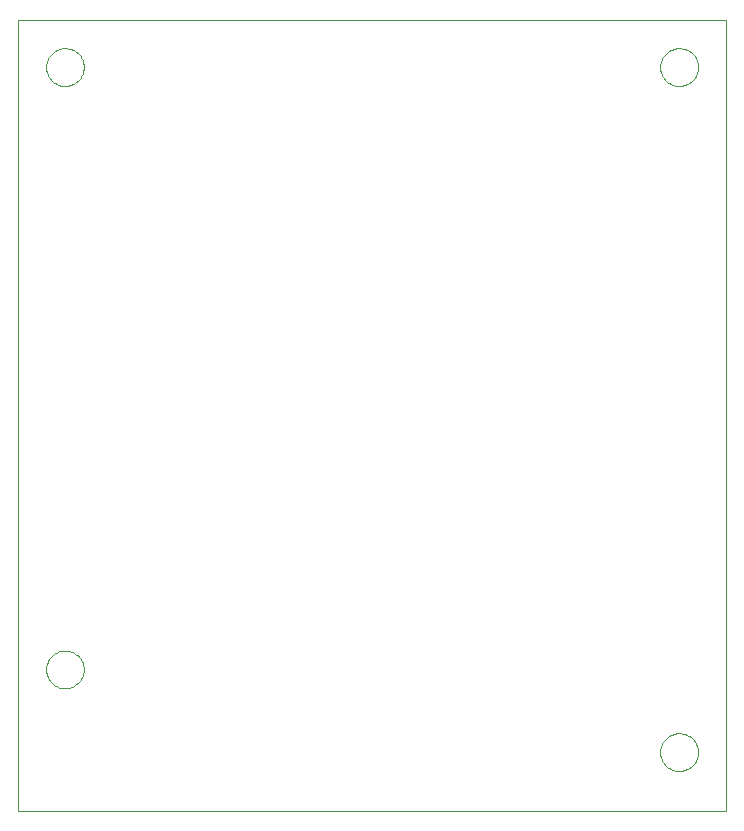
<source format=gbp>
G75*
%MOIN*%
%OFA0B0*%
%FSLAX24Y24*%
%IPPOS*%
%LPD*%
%AMOC8*
5,1,8,0,0,1.08239X$1,22.5*
%
%ADD10C,0.0000*%
D10*
X000389Y000891D02*
X000389Y027269D01*
X024011Y027269D01*
X024011Y000891D01*
X000389Y000891D01*
X001333Y005615D02*
X001335Y005665D01*
X001341Y005715D01*
X001351Y005764D01*
X001365Y005812D01*
X001382Y005859D01*
X001403Y005904D01*
X001428Y005948D01*
X001456Y005989D01*
X001488Y006028D01*
X001522Y006065D01*
X001559Y006099D01*
X001599Y006129D01*
X001641Y006156D01*
X001685Y006180D01*
X001731Y006201D01*
X001778Y006217D01*
X001826Y006230D01*
X001876Y006239D01*
X001925Y006244D01*
X001976Y006245D01*
X002026Y006242D01*
X002075Y006235D01*
X002124Y006224D01*
X002172Y006209D01*
X002218Y006191D01*
X002263Y006169D01*
X002306Y006143D01*
X002347Y006114D01*
X002386Y006082D01*
X002422Y006047D01*
X002454Y006009D01*
X002484Y005969D01*
X002511Y005926D01*
X002534Y005882D01*
X002553Y005836D01*
X002569Y005788D01*
X002581Y005739D01*
X002589Y005690D01*
X002593Y005640D01*
X002593Y005590D01*
X002589Y005540D01*
X002581Y005491D01*
X002569Y005442D01*
X002553Y005394D01*
X002534Y005348D01*
X002511Y005304D01*
X002484Y005261D01*
X002454Y005221D01*
X002422Y005183D01*
X002386Y005148D01*
X002347Y005116D01*
X002306Y005087D01*
X002263Y005061D01*
X002218Y005039D01*
X002172Y005021D01*
X002124Y005006D01*
X002075Y004995D01*
X002026Y004988D01*
X001976Y004985D01*
X001925Y004986D01*
X001876Y004991D01*
X001826Y005000D01*
X001778Y005013D01*
X001731Y005029D01*
X001685Y005050D01*
X001641Y005074D01*
X001599Y005101D01*
X001559Y005131D01*
X001522Y005165D01*
X001488Y005202D01*
X001456Y005241D01*
X001428Y005282D01*
X001403Y005326D01*
X001382Y005371D01*
X001365Y005418D01*
X001351Y005466D01*
X001341Y005515D01*
X001335Y005565D01*
X001333Y005615D01*
X001333Y025694D02*
X001335Y025744D01*
X001341Y025794D01*
X001351Y025843D01*
X001365Y025891D01*
X001382Y025938D01*
X001403Y025983D01*
X001428Y026027D01*
X001456Y026068D01*
X001488Y026107D01*
X001522Y026144D01*
X001559Y026178D01*
X001599Y026208D01*
X001641Y026235D01*
X001685Y026259D01*
X001731Y026280D01*
X001778Y026296D01*
X001826Y026309D01*
X001876Y026318D01*
X001925Y026323D01*
X001976Y026324D01*
X002026Y026321D01*
X002075Y026314D01*
X002124Y026303D01*
X002172Y026288D01*
X002218Y026270D01*
X002263Y026248D01*
X002306Y026222D01*
X002347Y026193D01*
X002386Y026161D01*
X002422Y026126D01*
X002454Y026088D01*
X002484Y026048D01*
X002511Y026005D01*
X002534Y025961D01*
X002553Y025915D01*
X002569Y025867D01*
X002581Y025818D01*
X002589Y025769D01*
X002593Y025719D01*
X002593Y025669D01*
X002589Y025619D01*
X002581Y025570D01*
X002569Y025521D01*
X002553Y025473D01*
X002534Y025427D01*
X002511Y025383D01*
X002484Y025340D01*
X002454Y025300D01*
X002422Y025262D01*
X002386Y025227D01*
X002347Y025195D01*
X002306Y025166D01*
X002263Y025140D01*
X002218Y025118D01*
X002172Y025100D01*
X002124Y025085D01*
X002075Y025074D01*
X002026Y025067D01*
X001976Y025064D01*
X001925Y025065D01*
X001876Y025070D01*
X001826Y025079D01*
X001778Y025092D01*
X001731Y025108D01*
X001685Y025129D01*
X001641Y025153D01*
X001599Y025180D01*
X001559Y025210D01*
X001522Y025244D01*
X001488Y025281D01*
X001456Y025320D01*
X001428Y025361D01*
X001403Y025405D01*
X001382Y025450D01*
X001365Y025497D01*
X001351Y025545D01*
X001341Y025594D01*
X001335Y025644D01*
X001333Y025694D01*
X021806Y025694D02*
X021808Y025744D01*
X021814Y025794D01*
X021824Y025843D01*
X021838Y025891D01*
X021855Y025938D01*
X021876Y025983D01*
X021901Y026027D01*
X021929Y026068D01*
X021961Y026107D01*
X021995Y026144D01*
X022032Y026178D01*
X022072Y026208D01*
X022114Y026235D01*
X022158Y026259D01*
X022204Y026280D01*
X022251Y026296D01*
X022299Y026309D01*
X022349Y026318D01*
X022398Y026323D01*
X022449Y026324D01*
X022499Y026321D01*
X022548Y026314D01*
X022597Y026303D01*
X022645Y026288D01*
X022691Y026270D01*
X022736Y026248D01*
X022779Y026222D01*
X022820Y026193D01*
X022859Y026161D01*
X022895Y026126D01*
X022927Y026088D01*
X022957Y026048D01*
X022984Y026005D01*
X023007Y025961D01*
X023026Y025915D01*
X023042Y025867D01*
X023054Y025818D01*
X023062Y025769D01*
X023066Y025719D01*
X023066Y025669D01*
X023062Y025619D01*
X023054Y025570D01*
X023042Y025521D01*
X023026Y025473D01*
X023007Y025427D01*
X022984Y025383D01*
X022957Y025340D01*
X022927Y025300D01*
X022895Y025262D01*
X022859Y025227D01*
X022820Y025195D01*
X022779Y025166D01*
X022736Y025140D01*
X022691Y025118D01*
X022645Y025100D01*
X022597Y025085D01*
X022548Y025074D01*
X022499Y025067D01*
X022449Y025064D01*
X022398Y025065D01*
X022349Y025070D01*
X022299Y025079D01*
X022251Y025092D01*
X022204Y025108D01*
X022158Y025129D01*
X022114Y025153D01*
X022072Y025180D01*
X022032Y025210D01*
X021995Y025244D01*
X021961Y025281D01*
X021929Y025320D01*
X021901Y025361D01*
X021876Y025405D01*
X021855Y025450D01*
X021838Y025497D01*
X021824Y025545D01*
X021814Y025594D01*
X021808Y025644D01*
X021806Y025694D01*
X021806Y002859D02*
X021808Y002909D01*
X021814Y002959D01*
X021824Y003008D01*
X021838Y003056D01*
X021855Y003103D01*
X021876Y003148D01*
X021901Y003192D01*
X021929Y003233D01*
X021961Y003272D01*
X021995Y003309D01*
X022032Y003343D01*
X022072Y003373D01*
X022114Y003400D01*
X022158Y003424D01*
X022204Y003445D01*
X022251Y003461D01*
X022299Y003474D01*
X022349Y003483D01*
X022398Y003488D01*
X022449Y003489D01*
X022499Y003486D01*
X022548Y003479D01*
X022597Y003468D01*
X022645Y003453D01*
X022691Y003435D01*
X022736Y003413D01*
X022779Y003387D01*
X022820Y003358D01*
X022859Y003326D01*
X022895Y003291D01*
X022927Y003253D01*
X022957Y003213D01*
X022984Y003170D01*
X023007Y003126D01*
X023026Y003080D01*
X023042Y003032D01*
X023054Y002983D01*
X023062Y002934D01*
X023066Y002884D01*
X023066Y002834D01*
X023062Y002784D01*
X023054Y002735D01*
X023042Y002686D01*
X023026Y002638D01*
X023007Y002592D01*
X022984Y002548D01*
X022957Y002505D01*
X022927Y002465D01*
X022895Y002427D01*
X022859Y002392D01*
X022820Y002360D01*
X022779Y002331D01*
X022736Y002305D01*
X022691Y002283D01*
X022645Y002265D01*
X022597Y002250D01*
X022548Y002239D01*
X022499Y002232D01*
X022449Y002229D01*
X022398Y002230D01*
X022349Y002235D01*
X022299Y002244D01*
X022251Y002257D01*
X022204Y002273D01*
X022158Y002294D01*
X022114Y002318D01*
X022072Y002345D01*
X022032Y002375D01*
X021995Y002409D01*
X021961Y002446D01*
X021929Y002485D01*
X021901Y002526D01*
X021876Y002570D01*
X021855Y002615D01*
X021838Y002662D01*
X021824Y002710D01*
X021814Y002759D01*
X021808Y002809D01*
X021806Y002859D01*
M02*

</source>
